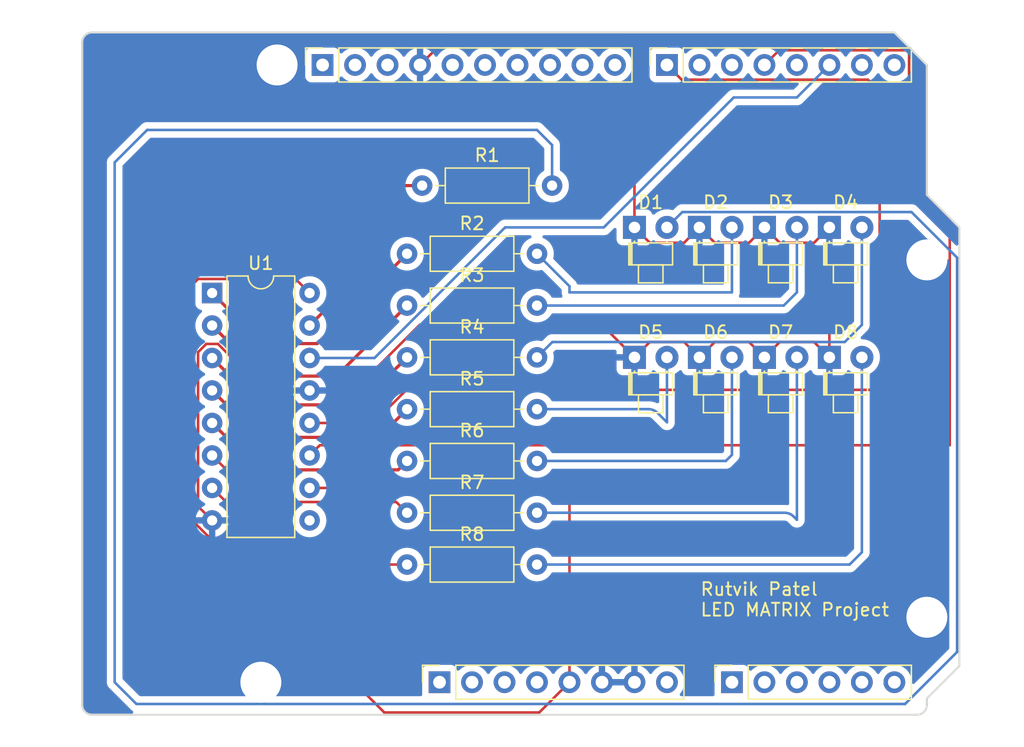
<source format=kicad_pcb>
(kicad_pcb (version 20221018) (generator pcbnew)
  (title_block (date "mar. 31 mars 2015"))
  (layers (0 "F.Cu" signal) (31 "B.Cu" signal) (34 "B.Paste" user) (35 "F.Paste" user) (36 "B.SilkS" user "B.Silkscreen") (37 "F.SilkS" user "F.Silkscreen") (38 "B.Mask" user) (39 "F.Mask" user) (44 "Edge.Cuts" user))
  (net 0 "")
  (net 1 "GND")
  (net 3 "+5V")
  (net 4 "/IOREF")
  (net 5 "/A0")
  (net 6 "/A1")
  (net 7 "/A2")
  (net 8 "/A3")
  (net 9 "/SDA{slash}A4")
  (net 10 "/SCL{slash}A5")
  (net 11 "/13")
  (net 12 "/12")
  (net 13 "/AREF")
  (net 14 "/8")
  (net 15 "/7")
  (net 16 "/*11")
  (net 17 "/*10")
  (net 18 "/*9")
  (net 19 "/4")
  (net 20 "/2")
  (net 21 "/*6")
  (net 22 "/*5")
  (net 23 "/TX{slash}1")
  (net 24 "/*3")
  (net 25 "/RX{slash}0")
  (net 26 "+3V3")
  (net 27 "VCC")
  (net 28 "/~{RESET}")
  (net 29 "Net-(D1-A)")
  (net 30 "Net-(D2-A)")
  (net 31 "Net-(D3-A)")
  (net 32 "Net-(D4-A)")
  (net 33 "Net-(D5-A)")
  (net 34 "Net-(D6-A)")
  (net 35 "Net-(D7-A)")
  (net 36 "Net-(D8-A)")
  (net 37 "/A")
  (net 38 "/B")
  (net 39 "/C")
  (net 41 "/D")
  (net 42 "/E")
  (net 43 "/F")
  (net 44 "/G")
  (net 45 "/H")
  (footprint "Connector_PinSocket_2.54mm:PinSocket_1x08_P2.54mm_Vertical" (layer "F.Cu") (at 127.94 97.46 90)
    (fp_text reference "J1" hide)
    (fp_text value "Power")
    (fp_line (start -1.33 1.27) (end -1.33 19.11) (stroke (width 0.12)) (layer "F.SilkS"))
    (fp_line (start -1.33 1.27) (end 1.33 1.27) (stroke (width 0.12)) (layer "F.SilkS"))
    (fp_line (start -1.33 19.11) (end 1.33 19.11) (stroke (width 0.12)) (layer "F.SilkS"))
    (fp_line (start 0 -1.33) (end 1.33 -1.33) (stroke (width 0.12)) (layer "F.SilkS"))
    (fp_line (start 1.33 -1.33) (end 1.33 0) (stroke (width 0.12)) (layer "F.SilkS"))
    (fp_line (start 1.33 1.27) (end 1.33 19.11) (stroke (width 0.12)) (layer "F.SilkS"))
    (pad "1" thru_hole rect locked (at 0 0 90) (size 1.7 1.7) (drill 1) (layers "*.Cu" "*.Mask"))
    (pad "2" thru_hole oval locked (at 0 2.54 90) (size 1.7 1.7) (drill 1) (layers "*.Cu" "*.Mask") (net 4 "/IOREF"))
    (pad "3" thru_hole oval locked (at 0 5.08 90) (size 1.7 1.7) (drill 1) (layers "*.Cu" "*.Mask") (net 28 "/~{RESET}"))
    (pad "4" thru_hole oval locked (at 0 7.62 90) (size 1.7 1.7) (drill 1) (layers "*.Cu" "*.Mask") (net 26 "+3V3"))
    (pad "5" thru_hole oval locked (at 0 10.16 90) (size 1.7 1.7) (drill 1) (layers "*.Cu" "*.Mask") (net 3 "+5V"))
    (pad "6" thru_hole oval locked (at 0 12.7 90) (size 1.7 1.7) (drill 1) (layers "*.Cu" "*.Mask") (net 1 "GND"))
    (pad "7" thru_hole oval locked (at 0 15.24 90) (size 1.7 1.7) (drill 1) (layers "*.Cu" "*.Mask") (net 1 "GND"))
    (pad "8" thru_hole oval locked (at 0 17.78 90) (size 1.7 1.7) (drill 1) (layers "*.Cu" "*.Mask") (net 27 "VCC"))
  )
  (footprint "Connector_PinSocket_2.54mm:PinSocket_1x06_P2.54mm_Vertical" (layer "F.Cu") (at 150.8 97.46 90)
    (fp_text reference "J3" hide)
    (fp_text value "Analog")
    (fp_line (start -1.33 1.27) (end -1.33 14.03) (stroke (width 0.12)) (layer "F.SilkS"))
    (fp_line (start -1.33 1.27) (end 1.33 1.27) (stroke (width 0.12)) (layer "F.SilkS"))
    (fp_line (start -1.33 14.03) (end 1.33 14.03) (stroke (width 0.12)) (layer "F.SilkS"))
    (fp_line (start 0 -1.33) (end 1.33 -1.33) (stroke (width 0.12)) (layer "F.SilkS"))
    (fp_line (start 1.33 -1.33) (end 1.33 0) (stroke (width 0.12)) (layer "F.SilkS"))
    (fp_line (start 1.33 1.27) (end 1.33 14.03) (stroke (width 0.12)) (layer "F.SilkS"))
    (pad "1" thru_hole rect locked (at 0 0 90) (size 1.7 1.7) (drill 1) (layers "*.Cu" "*.Mask") (net 5 "/A0"))
    (pad "2" thru_hole oval locked (at 0 2.54 90) (size 1.7 1.7) (drill 1) (layers "*.Cu" "*.Mask") (net 6 "/A1"))
    (pad "3" thru_hole oval locked (at 0 5.08 90) (size 1.7 1.7) (drill 1) (layers "*.Cu" "*.Mask") (net 7 "/A2"))
    (pad "4" thru_hole oval locked (at 0 7.62 90) (size 1.7 1.7) (drill 1) (layers "*.Cu" "*.Mask") (net 8 "/A3"))
    (pad "5" thru_hole oval locked (at 0 10.16 90) (size 1.7 1.7) (drill 1) (layers "*.Cu" "*.Mask") (net 9 "/SDA{slash}A4"))
    (pad "6" thru_hole oval locked (at 0 12.7 90) (size 1.7 1.7) (drill 1) (layers "*.Cu" "*.Mask") (net 10 "/SCL{slash}A5"))
  )
  (footprint "Connector_PinSocket_2.54mm:PinSocket_1x10_P2.54mm_Vertical" (layer "F.Cu") (at 118.796 49.2 90)
    (fp_text reference "J2" hide)
    (fp_text value "Digital/PWM")
    (fp_line (start -1.33 1.27) (end -1.33 24.19) (stroke (width 0.12)) (layer "F.SilkS"))
    (fp_line (start -1.33 1.27) (end 1.33 1.27) (stroke (width 0.12)) (layer "F.SilkS"))
    (fp_line (start -1.33 24.19) (end 1.33 24.19) (stroke (width 0.12)) (layer "F.SilkS"))
    (fp_line (start 0 -1.33) (end 1.33 -1.33) (stroke (width 0.12)) (layer "F.SilkS"))
    (fp_line (start 1.33 -1.33) (end 1.33 0) (stroke (width 0.12)) (layer "F.SilkS"))
    (fp_line (start 1.33 1.27) (end 1.33 24.19) (stroke (width 0.12)) (layer "F.SilkS"))
    (pad "1" thru_hole rect locked (at 0 0 90) (size 1.7 1.7) (drill 1) (layers "*.Cu" "*.Mask") (net 10 "/SCL{slash}A5"))
    (pad "2" thru_hole oval locked (at 0 2.54 90) (size 1.7 1.7) (drill 1) (layers "*.Cu" "*.Mask") (net 9 "/SDA{slash}A4"))
    (pad "3" thru_hole oval locked (at 0 5.08 90) (size 1.7 1.7) (drill 1) (layers "*.Cu" "*.Mask") (net 13 "/AREF"))
    (pad "4" thru_hole oval locked (at 0 7.62 90) (size 1.7 1.7) (drill 1) (layers "*.Cu" "*.Mask") (net 1 "GND"))
    (pad "5" thru_hole oval locked (at 0 10.16 90) (size 1.7 1.7) (drill 1) (layers "*.Cu" "*.Mask") (net 11 "/13"))
    (pad "6" thru_hole oval locked (at 0 12.7 90) (size 1.7 1.7) (drill 1) (layers "*.Cu" "*.Mask") (net 12 "/12"))
    (pad "7" thru_hole oval locked (at 0 15.24 90) (size 1.7 1.7) (drill 1) (layers "*.Cu" "*.Mask") (net 16 "/*11"))
    (pad "8" thru_hole oval locked (at 0 17.78 90) (size 1.7 1.7) (drill 1) (layers "*.Cu" "*.Mask") (net 17 "/*10"))
    (pad "9" thru_hole oval locked (at 0 20.32 90) (size 1.7 1.7) (drill 1) (layers "*.Cu" "*.Mask") (net 18 "/*9"))
    (pad "10" thru_hole oval locked (at 0 22.86 90) (size 1.7 1.7) (drill 1) (layers "*.Cu" "*.Mask") (net 14 "/8"))
  )
  (footprint "Connector_PinSocket_2.54mm:PinSocket_1x08_P2.54mm_Vertical" (layer "F.Cu") (at 145.72 49.2 90)
    (fp_text reference "J4" hide)
    (fp_text value "Digital/PWM")
    (fp_line (start -1.33 1.27) (end -1.33 19.11) (stroke (width 0.12)) (layer "F.SilkS"))
    (fp_line (start -1.33 1.27) (end 1.33 1.27) (stroke (width 0.12)) (layer "F.SilkS"))
    (fp_line (start -1.33 19.11) (end 1.33 19.11) (stroke (width 0.12)) (layer "F.SilkS"))
    (fp_line (start 0 -1.33) (end 1.33 -1.33) (stroke (width 0.12)) (layer "F.SilkS"))
    (fp_line (start 1.33 -1.33) (end 1.33 0) (stroke (width 0.12)) (layer "F.SilkS"))
    (fp_line (start 1.33 1.27) (end 1.33 19.11) (stroke (width 0.12)) (layer "F.SilkS"))
    (pad "1" thru_hole rect locked (at 0 0 90) (size 1.7 1.7) (drill 1) (layers "*.Cu" "*.Mask") (net 15 "/7"))
    (pad "2" thru_hole oval locked (at 0 2.54 90) (size 1.7 1.7) (drill 1) (layers "*.Cu" "*.Mask") (net 21 "/*6"))
    (pad "3" thru_hole oval locked (at 0 5.08 90) (size 1.7 1.7) (drill 1) (layers "*.Cu" "*.Mask") (net 22 "/*5"))
    (pad "4" thru_hole oval locked (at 0 7.62 90) (size 1.7 1.7) (drill 1) (layers "*.Cu" "*.Mask") (net 19 "/4"))
    (pad "5" thru_hole oval locked (at 0 10.16 90) (size 1.7 1.7) (drill 1) (layers "*.Cu" "*.Mask") (net 24 "/*3"))
    (pad "6" thru_hole oval locked (at 0 12.7 90) (size 1.7 1.7) (drill 1) (layers "*.Cu" "*.Mask") (net 20 "/2"))
    (pad "7" thru_hole oval locked (at 0 15.24 90) (size 1.7 1.7) (drill 1) (layers "*.Cu" "*.Mask") (net 23 "/TX{slash}1"))
    (pad "8" thru_hole oval locked (at 0 17.78 90) (size 1.7 1.7) (drill 1) (layers "*.Cu" "*.Mask") (net 25 "/RX{slash}0"))
  )
  (footprint "LED_THT:LED_D1.8mm_W1.8mm_H2.4mm_Horizontal_O1.27mm_Z1.6mm" (layer "F.Cu") (at 148.26 61.9)
    (fp_text reference "D2" (at 1.27 -1.96) (layer "F.SilkS"))
    (fp_text value "LED")
    (fp_line (start -0.44 1.21) (end -0.44 2.93) (stroke (width 0.12)) (layer "F.SilkS"))
    (fp_line (start -0.44 2.93) (end 2.98 2.93) (stroke (width 0.12)) (layer "F.SilkS"))
    (fp_line (start -0.32 1.21) (end -0.32 2.93) (stroke (width 0.12)) (layer "F.SilkS"))
    (fp_line (start -0.2 1.21) (end -0.2 2.93) (stroke (width 0.12)) (layer "F.SilkS"))
    (fp_line (start 0 1.08) (end 0 1.08) (stroke (width 0.12)) (layer "F.SilkS"))
    (fp_line (start 0 1.08) (end 0 1.21) (stroke (width 0.12)) (layer "F.SilkS"))
    (fp_line (start 0 1.21) (end 0 1.08) (stroke (width 0.12)) (layer "F.SilkS"))
    (fp_line (start 0 1.21) (end 0 1.21) (stroke (width 0.12)) (layer "F.SilkS"))
    (fp_line (start 0.31 2.93) (end 0.31 4.33) (stroke (width 0.12)) (layer "F.SilkS"))
    (fp_line (start 0.31 4.33) (end 2.23 4.33) (stroke (width 0.12)) (layer "F.SilkS"))
    (fp_line (start 2.23 2.93) (end 0.31 2.93) (stroke (width 0.12)) (layer "F.SilkS"))
    (fp_line (start 2.23 4.33) (end 2.23 2.93) (stroke (width 0.12)) (layer "F.SilkS"))
    (fp_line (start 2.54 1.08) (end 2.54 1.08) (stroke (width 0.12)) (layer "F.SilkS"))
    (fp_line (start 2.54 1.08) (end 2.54 1.21) (stroke (width 0.12)) (layer "F.SilkS"))
    (fp_line (start 2.54 1.21) (end 2.54 1.08) (stroke (width 0.12)) (layer "F.SilkS"))
    (fp_line (start 2.54 1.21) (end 2.54 1.21) (stroke (width 0.12)) (layer "F.SilkS"))
    (fp_line (start 2.98 1.21) (end -0.44 1.21) (stroke (width 0.12)) (layer "F.SilkS"))
    (fp_line (start 2.98 2.93) (end 2.98 1.21) (stroke (width 0.12)) (layer "F.SilkS"))
    (pad "1" thru_hole rect (at 0 0) (size 1.8 1.8) (drill 0.9) (layers "*.Cu" "*.Mask") (net 1 "GND"))
    (pad "2" thru_hole circle (at 2.54 0) (size 1.8 1.8) (drill 0.9) (layers "*.Cu" "*.Mask") (net 30 "Net-(D2-A)"))
  )
  (footprint "Package_DIP:DIP-16_W7.62mm" (layer "F.Cu") (at 110.16 67.03)
    (fp_text reference "U1" (at 3.81 -2.33) (layer "F.SilkS"))
    (fp_text value "74AHC595")
    (fp_line (start 1.16 -1.33) (end 1.16 19.11) (stroke (width 0.12)) (layer "F.SilkS"))
    (fp_line (start 1.16 19.11) (end 6.46 19.11) (stroke (width 0.12)) (layer "F.SilkS"))
    (fp_line (start 2.81 -1.33) (end 1.16 -1.33) (stroke (width 0.12)) (layer "F.SilkS"))
    (fp_line (start 6.46 -1.33) (end 4.81 -1.33) (stroke (width 0.12)) (layer "F.SilkS"))
    (fp_line (start 6.46 19.11) (end 6.46 -1.33) (stroke (width 0.12)) (layer "F.SilkS"))
    (fp_arc (start 4.81 -1.33) (mid 3.81 -0.33) (end 2.81 -1.33) (stroke (width 0.12)) (layer "F.SilkS"))
    (pad "1" thru_hole rect (at 0 0) (size 1.6 1.6) (drill 0.8) (layers "*.Cu" "*.Mask") (net 38 "/B"))
    (pad "2" thru_hole oval (at 0 2.54) (size 1.6 1.6) (drill 0.8) (layers "*.Cu" "*.Mask") (net 39 "/C"))
    (pad "3" thru_hole oval (at 0 5.08) (size 1.6 1.6) (drill 0.8) (layers "*.Cu" "*.Mask") (net 41 "/D"))
    (pad "4" thru_hole oval (at 0 7.62) (size 1.6 1.6) (drill 0.8) (layers "*.Cu" "*.Mask") (net 42 "/E"))
    (pad "5" thru_hole oval (at 0 10.16) (size 1.6 1.6) (drill 0.8) (layers "*.Cu" "*.Mask") (net 43 "/F"))
    (pad "6" thru_hole oval (at 0 12.7) (size 1.6 1.6) (drill 0.8) (layers "*.Cu" "*.Mask") (net 44 "/G"))
    (pad "7" thru_hole oval (at 0 15.24) (size 1.6 1.6) (drill 0.8) (layers "*.Cu" "*.Mask") (net 45 "/H"))
    (pad "8" thru_hole oval (at 0 17.78) (size 1.6 1.6) (drill 0.8) (layers "*.Cu" "*.Mask") (net 1 "GND"))
    (pad "9" thru_hole oval (at 7.62 17.78) (size 1.6 1.6) (drill 0.8) (layers "*.Cu" "*.Mask"))
    (pad "10" thru_hole oval (at 7.62 15.24) (size 1.6 1.6) (drill 0.8) (layers "*.Cu" "*.Mask") (net 3 "+5V"))
    (pad "11" thru_hole oval (at 7.62 12.7) (size 1.6 1.6) (drill 0.8) (layers "*.Cu" "*.Mask") (net 19 "/4"))
    (pad "12" thru_hole oval (at 7.62 10.16) (size 1.6 1.6) (drill 0.8) (layers "*.Cu" "*.Mask") (net 15 "/7"))
    (pad "13" thru_hole oval (at 7.62 7.62) (size 1.6 1.6) (drill 0.8) (layers "*.Cu" "*.Mask") (net 1 "GND"))
    (pad "14" thru_hole oval (at 7.62 5.08) (size 1.6 1.6) (drill 0.8) (layers "*.Cu" "*.Mask") (net 20 "/2"))
    (pad "15" thru_hole oval (at 7.62 2.54) (size 1.6 1.6) (drill 0.8) (layers "*.Cu" "*.Mask") (net 37 "/A"))
    (pad "16" thru_hole oval (at 7.62 0) (size 1.6 1.6) (drill 0.8) (layers "*.Cu" "*.Mask") (net 3 "+5V"))
  )
  (footprint "LED_THT:LED_D1.8mm_W1.8mm_H2.4mm_Horizontal_O1.27mm_Z1.6mm" (layer "F.Cu") (at 148.26 72.06)
    (fp_text reference "D6" (at 1.27 -1.96) (layer "F.SilkS"))
    (fp_text value "LED")
    (fp_line (start -0.44 1.21) (end -0.44 2.93) (stroke (width 0.12)) (layer "F.SilkS"))
    (fp_line (start -0.44 2.93) (end 2.98 2.93) (stroke (width 0.12)) (layer "F.SilkS"))
    (fp_line (start -0.32 1.21) (end -0.32 2.93) (stroke (width 0.12)) (layer "F.SilkS"))
    (fp_line (start -0.2 1.21) (end -0.2 2.93) (stroke (width 0.12)) (layer "F.SilkS"))
    (fp_line (start 0 1.08) (end 0 1.08) (stroke (width 0.12)) (layer "F.SilkS"))
    (fp_line (start 0 1.08) (end 0 1.21) (stroke (width 0.12)) (layer "F.SilkS"))
    (fp_line (start 0 1.21) (end 0 1.08) (stroke (width 0.12)) (layer "F.SilkS"))
    (fp_line (start 0 1.21) (end 0 1.21) (stroke (width 0.12)) (layer "F.SilkS"))
    (fp_line (start 0.31 2.93) (end 0.31 4.33) (stroke (width 0.12)) (layer "F.SilkS"))
    (fp_line (start 0.31 4.33) (end 2.23 4.33) (stroke (width 0.12)) (layer "F.SilkS"))
    (fp_line (start 2.23 2.93) (end 0.31 2.93) (stroke (width 0.12)) (layer "F.SilkS"))
    (fp_line (start 2.23 4.33) (end 2.23 2.93) (stroke (width 0.12)) (layer "F.SilkS"))
    (fp_line (start 2.54 1.08) (end 2.54 1.08) (stroke (width 0.12)) (layer "F.SilkS"))
    (fp_line (start 2.54 1.08) (end 2.54 1.21) (stroke (width 0.12)) (layer "F.SilkS"))
    (fp_line (start 2.54 1.21) (end 2.54 1.08) (stroke (width 0.12)) (layer "F.SilkS"))
    (fp_line (start 2.54 1.21) (end 2.54 1.21) (stroke (width 0.12)) (layer "F.SilkS"))
    (fp_line (start 2.98 1.21) (end -0.44 1.21) (stroke (width 0.12)) (layer "F.SilkS"))
    (fp_line (start 2.98 2.93) (end 2.98 1.21) (stroke (width 0.12)) (layer "F.SilkS"))
    (pad "1" thru_hole rect (at 0 0) (size 1.8 1.8) (drill 0.9) (layers "*.Cu" "*.Mask") (net 1 "GND"))
    (pad "2" thru_hole circle (at 2.54 0) (size 1.8 1.8) (drill 0.9) (layers "*.Cu" "*.Mask") (net 34 "Net-(D6-A)"))
  )
  (footprint "Resistor_THT:R_Axial_DIN0207_L6.3mm_D2.5mm_P10.16mm_Horizontal" (layer "F.Cu") (at 125.4 68.01)
    (fp_text reference "R3" (at 5.08 -2.37) (layer "F.SilkS"))
    (fp_text value "150")
    (fp_line (start 1.04 0) (end 1.81 0) (stroke (width 0.12)) (layer "F.SilkS"))
    (fp_line (start 1.81 -1.37) (end 1.81 1.37) (stroke (width 0.12)) (layer "F.SilkS"))
    (fp_line (start 1.81 1.37) (end 8.35 1.37) (stroke (width 0.12)) (layer "F.SilkS"))
    (fp_line (start 8.35 -1.37) (end 1.81 -1.37) (stroke (width 0.12)) (layer "F.SilkS"))
    (fp_line (start 8.35 1.37) (end 8.35 -1.37) (stroke (width 0.12)) (layer "F.SilkS"))
    (fp_line (start 9.12 0) (end 8.35 0) (stroke (width 0.12)) (layer "F.SilkS"))
    (pad "1" thru_hole circle (at 0 0) (size 1.6 1.6) (drill 0.8) (layers "*.Cu" "*.Mask") (net 39 "/C"))
    (pad "2" thru_hole oval (at 10.16 0) (size 1.6 1.6) (drill 0.8) (layers "*.Cu" "*.Mask") (net 31 "Net-(D3-A)"))
  )
  (footprint "Resistor_THT:R_Axial_DIN0207_L6.3mm_D2.5mm_P10.16mm_Horizontal" (layer "F.Cu") (at 125.4 80.16)
    (fp_text reference "R6" (at 5.08 -2.37) (layer "F.SilkS"))
    (fp_text value "150")
    (fp_line (start 1.04 0) (end 1.81 0) (stroke (width 0.12)) (layer "F.SilkS"))
    (fp_line (start 1.81 -1.37) (end 1.81 1.37) (stroke (width 0.12)) (layer "F.SilkS"))
    (fp_line (start 1.81 1.37) (end 8.35 1.37) (stroke (width 0.12)) (layer "F.SilkS"))
    (fp_line (start 8.35 -1.37) (end 1.81 -1.37) (stroke (width 0.12)) (layer "F.SilkS"))
    (fp_line (start 8.35 1.37) (end 8.35 -1.37) (stroke (width 0.12)) (layer "F.SilkS"))
    (fp_line (start 9.12 0) (end 8.35 0) (stroke (width 0.12)) (layer "F.SilkS"))
    (pad "1" thru_hole circle (at 0 0) (size 1.6 1.6) (drill 0.8) (layers "*.Cu" "*.Mask") (net 43 "/F"))
    (pad "2" thru_hole oval (at 10.16 0) (size 1.6 1.6) (drill 0.8) (layers "*.Cu" "*.Mask") (net 34 "Net-(D6-A)"))
  )
  (footprint "LED_THT:LED_D1.8mm_W1.8mm_H2.4mm_Horizontal_O1.27mm_Z1.6mm" (layer "F.Cu") (at 153.34 72.06)
    (fp_text reference "D7" (at 1.27 -1.96) (layer "F.SilkS"))
    (fp_text value "LED")
    (fp_line (start -0.44 1.21) (end -0.44 2.93) (stroke (width 0.12)) (layer "F.SilkS"))
    (fp_line (start -0.44 2.93) (end 2.98 2.93) (stroke (width 0.12)) (layer "F.SilkS"))
    (fp_line (start -0.32 1.21) (end -0.32 2.93) (stroke (width 0.12)) (layer "F.SilkS"))
    (fp_line (start -0.2 1.21) (end -0.2 2.93) (stroke (width 0.12)) (layer "F.SilkS"))
    (fp_line (start 0 1.08) (end 0 1.08) (stroke (width 0.12)) (layer "F.SilkS"))
    (fp_line (start 0 1.08) (end 0 1.21) (stroke (width 0.12)) (layer "F.SilkS"))
    (fp_line (start 0 1.21) (end 0 1.08) (stroke (width 0.12)) (layer "F.SilkS"))
    (fp_line (start 0 1.21) (end 0 1.21) (stroke (width 0.12)) (layer "F.SilkS"))
    (fp_line (start 0.31 2.93) (end 0.31 4.33) (stroke (width 0.12)) (layer "F.SilkS"))
    (fp_line (start 0.31 4.33) (end 2.23 4.33) (stroke (width 0.12)) (layer "F.SilkS"))
    (fp_line (start 2.23 2.93) (end 0.31 2.93) (stroke (width 0.12)) (layer "F.SilkS"))
    (fp_line (start 2.23 4.33) (end 2.23 2.93) (stroke (width 0.12)) (layer "F.SilkS"))
    (fp_line (start 2.54 1.08) (end 2.54 1.08) (stroke (width 0.12)) (layer "F.SilkS"))
    (fp_line (start 2.54 1.08) (end 2.54 1.21) (stroke (width 0.12)) (layer "F.SilkS"))
    (fp_line (start 2.54 1.21) (end 2.54 1.08) (stroke (width 0.12)) (layer "F.SilkS"))
    (fp_line (start 2.54 1.21) (end 2.54 1.21) (stroke (width 0.12)) (layer "F.SilkS"))
    (fp_line (start 2.98 1.21) (end -0.44 1.21) (stroke (width 0.12)) (layer "F.SilkS"))
    (fp_line (start 2.98 2.93) (end 2.98 1.21) (stroke (width 0.12)) (layer "F.SilkS"))
    (pad "1" thru_hole rect (at 0 0) (size 1.8 1.8) (drill 0.9) (layers "*.Cu" "*.Mask") (net 1 "GND"))
    (pad "2" thru_hole circle (at 2.54 0) (size 1.8 1.8) (drill 0.9) (layers "*.Cu" "*.Mask") (net 35 "Net-(D7-A)"))
  )
  (footprint "Resistor_THT:R_Axial_DIN0207_L6.3mm_D2.5mm_P10.16mm_Horizontal" (layer "F.Cu") (at 126.58 58.63)
    (fp_text reference "R1" (at 5.08 -2.37) (layer "F.SilkS"))
    (fp_text value "150")
    (fp_line (start 1.04 0) (end 1.81 0) (stroke (width 0.12)) (layer "F.SilkS"))
    (fp_line (start 1.81 -1.37) (end 1.81 1.37) (stroke (width 0.12)) (layer "F.SilkS"))
    (fp_line (start 1.81 1.37) (end 8.35 1.37) (stroke (width 0.12)) (layer "F.SilkS"))
    (fp_line (start 8.35 -1.37) (end 1.81 -1.37) (stroke (width 0.12)) (layer "F.SilkS"))
    (fp_line (start 8.35 1.37) (end 8.35 -1.37) (stroke (width 0.12)) (layer "F.SilkS"))
    (fp_line (start 9.12 0) (end 8.35 0) (stroke (width 0.12)) (layer "F.SilkS"))
    (pad "1" thru_hole circle (at 0 0) (size 1.6 1.6) (drill 0.8) (layers "*.Cu" "*.Mask") (net 37 "/A"))
    (pad "2" thru_hole oval (at 10.16 0) (size 1.6 1.6) (drill 0.8) (layers "*.Cu" "*.Mask") (net 29 "Net-(D1-A)"))
  )
  (footprint "LED_THT:LED_D1.8mm_W1.8mm_H2.4mm_Horizontal_O1.27mm_Z1.6mm" (layer "F.Cu") (at 158.42 72.06)
    (fp_text reference "D8" (at 1.27 -1.96) (layer "F.SilkS"))
    (fp_text value "LED")
    (fp_line (start -0.44 1.21) (end -0.44 2.93) (stroke (width 0.12)) (layer "F.SilkS"))
    (fp_line (start -0.44 2.93) (end 2.98 2.93) (stroke (width 0.12)) (layer "F.SilkS"))
    (fp_line (start -0.32 1.21) (end -0.32 2.93) (stroke (width 0.12)) (layer "F.SilkS"))
    (fp_line (start -0.2 1.21) (end -0.2 2.93) (stroke (width 0.12)) (layer "F.SilkS"))
    (fp_line (start 0 1.08) (end 0 1.08) (stroke (width 0.12)) (layer "F.SilkS"))
    (fp_line (start 0 1.08) (end 0 1.21) (stroke (width 0.12)) (layer "F.SilkS"))
    (fp_line (start 0 1.21) (end 0 1.08) (stroke (width 0.12)) (layer "F.SilkS"))
    (fp_line (start 0 1.21) (end 0 1.21) (stroke (width 0.12)) (layer "F.SilkS"))
    (fp_line (start 0.31 2.93) (end 0.31 4.33) (stroke (width 0.12)) (layer "F.SilkS"))
    (fp_line (start 0.31 4.33) (end 2.23 4.33) (stroke (width 0.12)) (layer "F.SilkS"))
    (fp_line (start 2.23 2.93) (end 0.31 2.93) (stroke (width 0.12)) (layer "F.SilkS"))
    (fp_line (start 2.23 4.33) (end 2.23 2.93) (stroke (width 0.12)) (layer "F.SilkS"))
    (fp_line (start 2.54 1.08) (end 2.54 1.08) (stroke (width 0.12)) (layer "F.SilkS"))
    (fp_line (start 2.54 1.08) (end 2.54 1.21) (stroke (width 0.12)) (layer "F.SilkS"))
    (fp_line (start 2.54 1.21) (end 2.54 1.08) (stroke (width 0.12)) (layer "F.SilkS"))
    (fp_line (start 2.54 1.21) (end 2.54 1.21) (stroke (width 0.12)) (layer "F.SilkS"))
    (fp_line (start 2.98 1.21) (end -0.44 1.21) (stroke (width 0.12)) (layer "F.SilkS"))
    (fp_line (start 2.98 2.93) (end 2.98 1.21) (stroke (width 0.12)) (layer "F.SilkS"))
    (pad "1" thru_hole rect (at 0 0) (size 1.8 1.8) (drill 0.9) (layers "*.Cu" "*.Mask") (net 1 "GND"))
    (pad "2" thru_hole circle (at 2.54 0) (size 1.8 1.8) (drill 0.9) (layers "*.Cu" "*.Mask") (net 36 "Net-(D8-A)"))
  )
  (footprint "Arduino_MountingHole:MountingHole_3.2mm" (layer "F.Cu") (at 115.24 49.2)
    (fp_text reference "MH1" hide)
    (fp_text value "MountingHole_3.2mm" hide)
    (pad "" np_thru_hole circle locked (at 0 0) (size 3.2 3.2) (drill 3.2) (layers "*.Cu" "*.Mask"))
  )
  (footprint "Resistor_THT:R_Axial_DIN0207_L6.3mm_D2.5mm_P10.16mm_Horizontal" (layer "F.Cu") (at 125.4 63.96)
    (fp_text reference "R2" (at 5.08 -2.37) (layer "F.SilkS"))
    (fp_text value "150")
    (fp_line (start 1.04 0) (end 1.81 0) (stroke (width 0.12)) (layer "F.SilkS"))
    (fp_line (start 1.81 -1.37) (end 1.81 1.37) (stroke (width 0.12)) (layer "F.SilkS"))
    (fp_line (start 1.81 1.37) (end 8.35 1.37) (stroke (width 0.12)) (layer "F.SilkS"))
    (fp_line (start 8.35 -1.37) (end 1.81 -1.37) (stroke (width 0.12)) (layer "F.SilkS"))
    (fp_line (start 8.35 1.37) (end 8.35 -1.37) (stroke (width 0.12)) (layer "F.SilkS"))
    (fp_line (start 9.12 0) (end 8.35 0) (stroke (width 0.12)) (layer "F.SilkS"))
    (pad "1" thru_hole circle (at 0 0) (size 1.6 1.6) (drill 0.8) (layers "*.Cu" "*.Mask") (net 38 "/B"))
    (pad "2" thru_hole oval (at 10.16 0) (size 1.6 1.6) (drill 0.8) (layers "*.Cu" "*.Mask") (net 30 "Net-(D2-A)"))
  )
  (footprint "LED_THT:LED_D1.8mm_W1.8mm_H2.4mm_Horizontal_O1.27mm_Z1.6mm" (layer "F.Cu") (at 143.18 61.9)
    (fp_text reference "D1" (at 1.27 -1.96) (layer "F.SilkS"))
    (fp_text value "LED")
    (fp_line (start -0.44 1.21) (end -0.44 2.93) (stroke (width 0.12)) (layer "F.SilkS"))
    (fp_line (start -0.44 2.93) (end 2.98 2.93) (stroke (width 0.12)) (layer "F.SilkS"))
    (fp_line (start -0.32 1.21) (end -0.32 2.93) (stroke (width 0.12)) (layer "F.SilkS"))
    (fp_line (start -0.2 1.21) (end -0.2 2.93) (stroke (width 0.12)) (layer "F.SilkS"))
    (fp_line (start 0 1.08) (end 0 1.08) (stroke (width 0.12)) (layer "F.SilkS"))
    (fp_line (start 0 1.08) (end 0 1.21) (stroke (width 0.12)) (layer "F.SilkS"))
    (fp_line (start 0 1.21) (end 0 1.08) (stroke (width 0.12)) (layer "F.SilkS"))
    (fp_line (start 0 1.21) (end 0 1.21) (stroke (width 0.12)) (layer "F.SilkS"))
    (fp_line (start 0.31 2.93) (end 0.31 4.33) (stroke (width 0.12)) (layer "F.SilkS"))
    (fp_line (start 0.31 4.33) (end 2.23 4.33) (stroke (width 0.12)) (layer "F.SilkS"))
    (fp_line (start 2.23 2.93) (end 0.31 2.93) (stroke (width 0.12)) (layer "F.SilkS"))
    (fp_line (start 2.23 4.33) (end 2.23 2.93) (stroke (width 0.12)) (layer "F.SilkS"))
    (fp_line (start 2.54 1.08) (end 2.54 1.08) (stroke (width 0.12)) (layer "F.SilkS"))
    (fp_line (start 2.54 1.08) (end 2.54 1.21) (stroke (width 0.12)) (layer "F.SilkS"))
    (fp_line (start 2.54 1.21) (end 2.54 1.08) (stroke (width 0.12)) (layer "F.SilkS"))
    (fp_line (start 2.54 1.21) (end 2.54 1.21) (stroke (width 0.12)) (layer "F.SilkS"))
    (fp_line (start 2.98 1.21) (end -0.44 1.21) (stroke (width 0.12)) (layer "F.SilkS"))
    (fp_line (start 2.98 2.93) (end 2.98 1.21) (stroke (width 0.12)) (layer "F.SilkS"))
    (pad "1" thru_hole rect (at 0 0) (size 1.8 1.8) (drill 0.9) (layers "*.Cu" "*.Mask") (net 1 "GND"))
    (pad "2" thru_hole circle (at 2.54 0) (size 1.8 1.8) (drill 0.9) (layers "*.Cu" "*.Mask") (net 29 "Net-(D1-A)"))
  )
  (footprint "Resistor_THT:R_Axial_DIN0207_L6.3mm_D2.5mm_P10.16mm_Horizontal" (layer "F.Cu") (at 125.4 84.21)
    (fp_text reference "R7" (at 5.08 -2.37) (layer "F.SilkS"))
    (fp_text value "150")
    (fp_line (start 1.04 0) (end 1.81 0) (stroke (width 0.12)) (layer "F.SilkS"))
    (fp_line (start 1.81 -1.37) (end 1.81 1.37) (stroke (width 0.12)) (layer "F.SilkS"))
    (fp_line (start 1.81 1.37) (end 8.35 1.37) (stroke (width 0.12)) (layer "F.SilkS"))
    (fp_line (start 8.35 -1.37) (end 1.81 -1.37) (stroke (width 0.12)) (layer "F.SilkS"))
    (fp_line (start 8.35 1.37) (end 8.35 -1.37) (stroke (width 0.12)) (layer "F.SilkS"))
    (fp_line (start 9.12 0) (end 8.35 0) (stroke (width 0.12)) (layer "F.SilkS"))
    (pad "1" thru_hole circle (at 0 0) (size 1.6 1.6) (drill 0.8) (layers "*.Cu" "*.Mask") (net 44 "/G"))
    (pad "2" thru_hole oval (at 10.16 0) (size 1.6 1.6) (drill 0.8) (layers "*.Cu" "*.Mask") (net 35 "Net-(D7-A)"))
  )
  (footprint "LED_THT:LED_D1.8mm_W1.8mm_H2.4mm_Horizontal_O1.27mm_Z1.6mm" (layer "F.Cu") (at 158.42 61.9)
    (fp_text reference "D4" (at 1.27 -1.96) (layer "F.SilkS"))
    (fp_text value "LED")
    (fp_line (start -0.44 1.21) (end -0.44 2.93) (stroke (width 0.12)) (layer "F.SilkS"))
    (fp_line (start -0.44 2.93) (end 2.98 2.93) (stroke (width 0.12)) (layer "F.SilkS"))
    (fp_line (start -0.32 1.21) (end -0.32 2.93) (stroke (width 0.12)) (layer "F.SilkS"))
    (fp_line (start -0.2 1.21) (end -0.2 2.93) (stroke (width 0.12)) (layer "F.SilkS"))
    (fp_line (start 0 1.08) (end 0 1.08) (stroke (width 0.12)) (layer "F.SilkS"))
    (fp_line (start 0 1.08) (end 0 1.21) (stroke (width 0.12)) (layer "F.SilkS"))
    (fp_line (start 0 1.21) (end 0 1.08) (stroke (width 0.12)) (layer "F.SilkS"))
    (fp_line (start 0 1.21) (end 0 1.21) (stroke (width 0.12)) (layer "F.SilkS"))
    (fp_line (start 0.31 2.93) (end 0.31 4.33) (stroke (width 0.12)) (layer "F.SilkS"))
    (fp_line (start 0.31 4.33) (end 2.23 4.33) (stroke (width 0.12)) (layer "F.SilkS"))
    (fp_line (start 2.23 2.93) (end 0.31 2.93) (stroke (width 0.12)) (layer "F.SilkS"))
    (fp_line (start 2.23 4.33) (end 2.23 2.93) (stroke (width 0.12)) (layer "F.SilkS"))
    (fp_line (start 2.54 1.08) (end 2.54 1.08) (stroke (width 0.12)) (layer "F.SilkS"))
    (fp_line (start 2.54 1.08) (end 2.54 1.21) (stroke (width 0.12)) (layer "F.SilkS"))
    (fp_line (start 2.54 1.21) (end 2.54 1.08) (stroke (width 0.12)) (layer "F.SilkS"))
    (fp_line (start 2.54 1.21) (end 2.54 1.21) (stroke (width 0.12)) (layer "F.SilkS"))
    (fp_line (start 2.98 1.21) (end -0.44 1.21) (stroke (width 0.12)) (layer "F.SilkS"))
    (fp_line (start 2.98 2.93) (end 2.98 1.21) (stroke (width 0.12)) (layer "F.SilkS"))
    (pad "1" thru_hole rect (at 0 0) (size 1.8 1.8) (drill 0.9) (layers "*.Cu" "*.Mask") (net 1 "GND"))
    (pad "2" thru_hole circle (at 2.54 0) (size 1.8 1.8) (drill 0.9) (layers "*.Cu" "*.Mask") (net 32 "Net-(D4-A)"))
  )
  (footprint "LED_THT:LED_D1.8mm_W1.8mm_H2.4mm_Horizontal_O1.27mm_Z1.6mm" (layer "F.Cu") (at 143.18 72.06)
    (fp_text reference "D5" (at 1.27 -1.96) (layer "F.SilkS"))
    (fp_text value "LED")
    (fp_line (start -0.44 1.21) (end -0.44 2.93) (stroke (width 0.12)) (layer "F.SilkS"))
    (fp_line (start -0.44 2.93) (end 2.98 2.93) (stroke (width 0.12)) (layer "F.SilkS"))
    (fp_line (start -0.32 1.21) (end -0.32 2.93) (stroke (width 0.12)) (layer "F.SilkS"))
    (fp_line (start -0.2 1.21) (end -0.2 2.93) (stroke (width 0.12)) (layer "F.SilkS"))
    (fp_line (start 0 1.08) (end 0 1.08) (stroke (width 0.12)) (layer "F.SilkS"))
    (fp_line (start 0 1.08) (end 0 1.21) (stroke (width 0.12)) (layer "F.SilkS"))
    (fp_line (start 0 1.21) (end 0 1.08) (stroke (width 0.12)) (layer "F.SilkS"))
    (fp_line (start 0 1.21) (end 0 1.21) (stroke (width 0.12)) (layer "F.SilkS"))
    (fp_line (start 0.31 2.93) (end 0.31 4.33) (stroke (width 0.12)) (layer "F.SilkS"))
    (fp_line (start 0.31 4.33) (end 2.23 4.33) (stroke (width 0.12)) (layer "F.SilkS"))
    (fp_line (start 2.23 2.93) (end 0.31 2.93) (stroke (width 0.12)) (layer "F.SilkS"))
    (fp_line (start 2.23 4.33) (end 2.23 2.93) (stroke (width 0.12)) (layer "F.SilkS"))
    (fp_line (start 2.54 1.08) (end 2.54 1.08) (stroke (width 0.12)) (layer "F.SilkS"))
    (fp_line (start 2.54 1.08) (end 2.54 1.21) (stroke (width 0.12)) (layer "F.SilkS"))
    (fp_line (start 2.54 1.21) (end 2.54 1.08) (stroke (width 0.12)) (layer "F.SilkS"))
    (fp_line (start 2.54 1.21) (end 2.54 1.21) (stroke (width 0.12)) (layer "F.SilkS"))
    (fp_line (start 2.98 1.21) (end -0.44 1.21) (stroke (width 0.12)) (layer "F.SilkS"))
    (fp_line (start 2.98 2.93) (end 2.98 1.21) (stroke (width 0.12)) (layer "F.SilkS"))
    (pad "1" thru_hole rect (at 0 0) (size 1.8 1.8) (drill 0.9) (layers "*.Cu" "*.Mask") (net 1 "GND"))
    (pad "2" thru_hole circle (at 2.54 0) (size 1.8 1.8) (drill 0.9) (layers "*.Cu" "*.Mask") (net 33 "Net-(D5-A)"))
  )
  (footprint "LED_THT:LED_D1.8mm_W1.8mm_H2.4mm_Horizontal_O1.27mm_Z1.6mm" (layer "F.Cu") (at 153.34 61.9)
    (fp_text reference "D3" (at 1.27 -1.96) (layer "F.SilkS"))
    (fp_text value "LED")
    (fp_line (start -0.44 1.21) (end -0.44 2.93) (stroke (width 0.12)) (layer "F.SilkS"))
    (fp_line (start -0.44 2.93) (end 2.98 2.93) (stroke (width 0.12)) (layer "F.SilkS"))
    (fp_line (start -0.32 1.21) (end -0.32 2.93) (stroke (width 0.12)) (layer "F.SilkS"))
    (fp_line (start -0.2 1.21) (end -0.2 2.93) (stroke (width 0.12)) (layer "F.SilkS"))
    (fp_line (start 0 1.08) (end 0 1.08) (stroke (width 0.12)) (layer "F.SilkS"))
    (fp_line (start 0 1.08) (end 0 1.21) (stroke (width 0.12)) (layer "F.SilkS"))
    (fp_line (start 0 1.21) (end 0 1.08) (stroke (width 0.12)) (layer "F.SilkS"))
    (fp_line (start 0 1.21) (end 0 1.21) (stroke (width 0.12)) (layer "F.SilkS"))
    (fp_line (start 0.31 2.93) (end 0.31 4.33) (stroke (width 0.12)) (layer "F.SilkS"))
    (fp_line (start 0.31 4.33) (end 2.23 4.33) (stroke (width 0.12)) (layer "F.SilkS"))
    (fp_line (start 2.23 2.93) (end 0.31 2.93) (stroke (width 0.12)) (layer "F.SilkS"))
    (fp_line (start 2.23 4.33) (end 2.23 2.93) (stroke (width 0.12)) (layer "F.SilkS"))
    (fp_line (start 2.54 1.08) (end 2.54 1.08) (stroke (width 0.12)) (layer "F.SilkS"))
    (fp_line (start 2.54 1.08) (end 2.54 1.21) (stroke (width 0.12)) (layer "F.SilkS"))
    (fp_line (start 2.54 1.21) (end 2.54 1.08) (stroke (width 0.12)) (layer "F.SilkS"))
    (fp_line (start 2.54 1.21) (end 2.54 1.21) (stroke (width 0.12)) (layer "F.SilkS"))
    (fp_line (start 2.98 1.21) (end -0.44 1.21) (stroke (width 0.12)) (layer "F.SilkS"))
    (fp_line (start 2.98 2.93) (end 2.98 1.21) (stroke (width 0.12)) (layer "F.SilkS"))
    (pad "1" thru_hole rect (at 0 0) (size 1.8 1.8) (drill 0.9) (layers "*.Cu" "*.Mask") (net 1 "GND"))
    (pad "2" thru_hole circle (at 2.54 0) (size 1.8 1.8) (drill 0.9) (layers "*.Cu" "*.Mask") (net 31 "Net-(D3-A)"))
  )
  (footprint "Resistor_THT:R_Axial_DIN0207_L6.3mm_D2.5mm_P10.16mm_Horizontal" (layer "F.Cu") (at 125.4 72.06)
    (fp_text reference "R4" (at 5.08 -2.37) (layer "F.SilkS"))
    (fp_text value "150")
    (fp_line (start 1.04 0) (end 1.81 0) (stroke (width 0.12)) (layer "F.SilkS"))
    (fp_line (start 1.81 -1.37) (end 1.81 1.37) (stroke (width 0.12)) (layer "F.SilkS"))
    (fp_line (start 1.81 1.37) (end 8.35 1.37) (stroke (width 0.12)) (layer "F.SilkS"))
    (fp_line (start 8.35 -1.37) (end 1.81 -1.37) (stroke (width 0.12)) (layer "F.SilkS"))
    (fp_line (start 8.35 1.37) (end 8.35 -1.37) (stroke (width 0.12)) (layer "F.SilkS"))
    (fp_line (start 9.12 0) (end 8.35 0) (stroke (width 0.12)) (layer "F.SilkS"))
    (pad "1" thru_hole circle (at 0 0) (size 1.6 1.6) (drill 0.8) (layers "*.Cu" "*.Mask") (net 41 "/D"))
    (pad "2" thru_hole oval (at 10.16 0) (size 1.6 1.6) (drill 0.8) (layers "*.Cu" "*.Mask") (net 32 "Net-(D4-A)"))
  )
  (footprint "Resistor_THT:R_Axial_DIN0207_L6.3mm_D2.5mm_P10.16mm_Horizontal" (layer "F.Cu") (at 125.4 88.26)
    (fp_text reference "R8" (at 5.08 -2.37) (layer "F.SilkS"))
    (fp_text value "150")
    (fp_line (start 1.04 0) (end 1.81 0) (stroke (width 0.12)) (layer "F.SilkS"))
    (fp_line (start 1.81 -1.37) (end 1.81 1.37) (stroke (width 0.12)) (layer "F.SilkS"))
    (fp_line (start 1.81 1.37) (end 8.35 1.37) (stroke (width 0.12)) (layer "F.SilkS"))
    (fp_line (start 8.35 -1.37) (end 1.81 -1.37) (stroke (width 0.12)) (layer "F.SilkS"))
    (fp_line (start 8.35 1.37) (end 8.35 -1.37) (stroke (width 0.12)) (layer "F.SilkS"))
    (fp_line (start 9.12 0) (end 8.35 0) (stroke (width 0.12)) (layer "F.SilkS"))
    (pad "1" thru_hole circle (at 0 0) (size 1.6 1.6) (drill 0.8) (layers "*.Cu" "*.Mask") (net 45 "/H"))
    (pad "2" thru_hole oval (at 10.16 0) (size 1.6 1.6) (drill 0.8) (layers "*.Cu" "*.Mask") (net 36 "Net-(D8-A)"))
  )
  (footprint "Resistor_THT:R_Axial_DIN0207_L6.3mm_D2.5mm_P10.16mm_Horizontal" (layer "F.Cu") (at 125.4 76.11)
    (fp_text reference "R5" (at 5.08 -2.37) (layer "F.SilkS"))
    (fp_text value "150")
    (fp_line (start 1.04 0) (end 1.81 0) (stroke (width 0.12)) (layer "F.SilkS"))
    (fp_line (start 1.81 -1.37) (end 1.81 1.37) (stroke (width 0.12)) (layer "F.SilkS"))
    (fp_line (start 1.81 1.37) (end 8.35 1.37) (stroke (width 0.12)) (layer "F.SilkS"))
    (fp_line (start 8.35 -1.37) (end 1.81 -1.37) (stroke (width 0.12)) (layer "F.SilkS"))
    (fp_line (start 8.35 1.37) (end 8.35 -1.37) (stroke (width 0.12)) (layer "F.SilkS"))
    (fp_line (start 9.12 0) (end 8.35 0) (stroke (width 0.12)) (layer "F.SilkS"))
    (pad "1" thru_hole circle (at 0 0) (size 1.6 1.6) (drill 0.8) (layers "*.Cu" "*.Mask") (net 42 "/E"))
    (pad "2" thru_hole oval (at 10.16 0) (size 1.6 1.6) (drill 0.8) (layers "*.Cu" "*.Mask") (net 33 "Net-(D5-A)"))
  )
  (footprint "Arduino_MountingHole:MountingHole_3.2mm" (layer "F.Cu") (at 113.97 97.46)
    (fp_text reference "MH2" hide)
    (fp_text value "MountingHole_3.2mm" hide)
    (pad "" np_thru_hole circle locked (at 0 0) (size 3.2 3.2) (drill 3.2) (layers "*.Cu" "*.Mask"))
  )
  (footprint "Arduino_MountingHole:MountingHole_3.2mm" (layer "F.Cu") (at 166.04 64.44)
    (fp_text reference "MH3" hide)
    (fp_text value "MountingHole_3.2mm" hide)
    (pad "" np_thru_hole circle locked (at 0 0) (size 3.2 3.2) (drill 3.2) (layers "*.Cu" "*.Mask"))
  )
  (footprint "Arduino_MountingHole:MountingHole_3.2mm" (layer "F.Cu") (at 166.04 92.38)
    (fp_text reference "MH4" hide)
    (fp_text value "MountingHole_3.2mm" hide)
    (pad "" np_thru_hole circle locked (at 0 0) (size 3.2 3.2) (drill 3.2) (layers "*.Cu" "*.Mask"))
  )
  (gr_line (start 166.04 59.36) (end 168.58 61.9) (stroke (width 0.15)) (layer "Edge.Cuts"))
  (gr_line (start 100 99.238) (end 100 47.422) (stroke (width 0.15)) (layer "Edge.Cuts"))
  (gr_line (start 168.58 61.9) (end 168.58 96.19) (stroke (width 0.15)) (layer "Edge.Cuts"))
  (gr_line (start 165.278 100) (end 100.762 100) (stroke (width 0.15)) (layer "Edge.Cuts"))
  (gr_line (start 100.762 46.66) (end 163.5 46.66) (stroke (width 0.15)) (layer "Edge.Cuts"))
  (gr_arc (start 100.762 100) (mid 100.223185 99.776815) (end 100 99.238) (stroke (width 0.15)) (layer "Edge.Cuts"))
  (gr_line (start 168.58 96.19) (end 166.04 98.73) (stroke (width 0.15)) (layer "Edge.Cuts"))
  (gr_line (start 163.5 46.66) (end 166.04 49.2) (stroke (width 0.15)) (layer "Edge.Cuts"))
  (gr_arc (start 166.04 99.238) (mid 165.816815 99.776815) (end 165.278 100) (stroke (width 0.15)) (layer "Edge.Cuts"))
  (gr_line (start 166.04 49.2) (end 166.04 59.36) (stroke (width 0.15)) (layer "Edge.Cuts"))
  (gr_line (start 166.04 98.73) (end 166.04 99.238) (stroke (width 0.15)) (layer "Edge.Cuts"))
  (gr_arc (start 100 47.422) (mid 100.223185 46.883185) (end 100.762 46.66) (stroke (width 0.15)) (layer "Edge.Cuts"))
  (gr_text "Rutvik Patel \nLED MATRIX Project" (at 148.26 92.38) (layer "F.SilkS") (effects (font (size 1 1)) (justify left bottom)))
  (segment (start 142.18 46.835) (end 128.781 46.835) (width 0.2) (layer "F.Cu") (net 1))
  (segment (start 147.06 70.86) (end 148.26 72.06) (width 0.2) (layer "F.Cu") (net 1))
  (segment (start 149.46 63.1) (end 148.26 61.9) (width 0.2) (layer "F.Cu") (net 1))
  (segment (start 157.22 70.86) (end 158.42 72.06) (width 0.2) (layer "F.Cu") (net 1))
  (segment (start 110.16 84.81) (end 109.06 83.71) (width 0.2) (layer "F.Cu") (net 1))
  (segment (start 126.384365 69.52) (end 140.64 69.52) (width 0.2) (layer "F.Cu") (net 1))
  (segment (start 143.18 61.9) (end 143.18 47.835) (width 0.2) (layer "F.Cu") (net 1))
  (segment (start 121.254365 74.65) (end 126.384365 69.52) (width 0.2) (layer "F.Cu") (net 1))
  (segment (start 148.26 72.06) (end 149.46 70.86) (width 0.2) (layer "F.Cu") (net 1))
  (segment (start 153.34 72.06) (end 154.54 70.86) (width 0.2) (layer "F.Cu") (net 1))
  (segment (start 153.34 61.9) (end 152.14 63.1) (width 0.2) (layer "F.Cu") (net 1))
  (segment (start 143.18 72.06) (end 144.38 70.86) (width 0.2) (layer "F.Cu") (net 1))
  (segment (start 144.38 63.1) (end 143.18 61.9) (width 0.2) (layer "F.Cu") (net 1))
  (segment (start 128.781 46.835) (end 126.416 49.2) (width 0.2) (layer "F.Cu") (net 1))
  (segment (start 114.255635 74.65) (end 117.78 74.65) (width 0.2) (layer "F.Cu") (net 1))
  (segment (start 157.22 63.1) (end 154.54 63.1) (width 0.2) (layer "F.Cu") (net 1))
  (segment (start 149.46 70.86) (end 152.14 70.86) (width 0.2) (layer "F.Cu") (net 1))
  (segment (start 140.64 69.52) (end 143.18 72.06) (width 0.2) (layer "F.Cu") (net 1))
  (segment (start 154.54 63.1) (end 153.34 61.9) (width 0.2) (layer "F.Cu") (net 1))
  (segment (start 144.38 70.86) (end 147.06 70.86) (width 0.2) (layer "F.Cu") (net 1))
  (segment (start 154.54 70.86) (end 157.22 70.86) (width 0.2) (layer "F.Cu") (net 1))
  (segment (start 117.78 74.65) (end 121.254365 74.65) (width 0.2) (layer "F.Cu") (net 1))
  (segment (start 158.42 72.06) (end 158.42 61.9) (width 0.2) (layer "F.Cu") (net 1))
  (segment (start 109.06 71.654365) (end 109.704365 71.01) (width 0.2) (layer "F.Cu") (net 1))
  (segment (start 148.26 61.9) (end 147.06 63.1) (width 0.2) (layer "F.Cu") (net 1))
  (segment (start 109.06 83.71) (end 109.06 71.654365) (width 0.2) (layer "F.Cu") (net 1))
  (segment (start 158.42 61.9) (end 157.22 63.1) (width 0.2) (layer "F.Cu") (net 1))
  (segment (start 109.704365 71.01) (end 110.615635 71.01) (width 0.2) (layer "F.Cu") (net 1))
  (segment (start 152.14 63.1) (end 149.46 63.1) (width 0.2) (layer "F.Cu") (net 1))
  (segment (start 147.06 63.1) (end 144.38 63.1) (width 0.2) (layer "F.Cu") (net 1))
  (segment (start 152.14 70.86) (end 153.34 72.06) (width 0.2) (layer "F.Cu") (net 1))
  (segment (start 110.615635 71.01) (end 114.255635 74.65) (width 0.2) (layer "F.Cu") (net 1))
  (arc (start 142.18 46.835) (mid 142.887107 47.127893) (end 143.18 47.835) (width 0.2) (layer "F.Cu") (net 1))
  (segment (start 109.06 65.93) (end 108.66 66.33) (width 0.2) (layer "F.Cu") (net 3))
  (segment (start 132.064365 82.27) (end 132.114365 82.22) (width 0.2) (layer "F.Cu") (net 3))
  (segment (start 117.78 67.03) (end 116.68 65.93) (width 0.2) (layer "F.Cu") (net 3))
  (segment (start 117.78 82.27) (end 132.064365 82.27) (width 0.2) (layer "F.Cu") (net 3))
  (segment (start 135.735 99.825) (end 138.1 97.46) (width 0.2) (layer "F.Cu") (net 3))
  (segment (start 116.68 65.93) (end 109.06 65.93) (width 0.2) (layer "F.Cu") (net 3))
  (segment (start 123.619365 99.825) (end 135.735 99.825) (width 0.2) (layer "F.Cu") (net 3))
  (segment (start 108.66 84.865635) (end 123.619365 99.825) (width 0.2) (layer "F.Cu") (net 3))
  (segment (start 108.66 66.33) (end 108.66 84.865635) (width 0.2) (layer "F.Cu") (net 3))
  (segment (start 138.1 83.22) (end 138.1 97.46) (width 0.2) (layer "F.Cu") (net 3))
  (segment (start 132.114365 82.22) (end 137.1 82.22) (width 0.2) (layer "F.Cu") (net 3))
  (arc (start 137.1 82.22) (mid 137.807107 82.512893) (end 138.1 83.22) (width 0.2) (layer "F.Cu") (net 3))
  (segment (start 162.35 51.263654) (end 161.436346 50.35) (width 0.2) (layer "F.Cu") (net 15))
  (segment (start 117.78 77.19) (end 122.764365 77.19) (width 0.2) (layer "F.Cu") (net 15))
  (segment (start 125.354365 74.6) (end 166.04 74.6) (width 0.2) (layer "F.Cu") (net 15))
  (segment (start 166.04 74.6) (end 162.35 70.91) (width 0.2) (layer "F.Cu") (net 15))
  (segment (start 162.35 70.91) (end 162.35 51.263654) (width 0.2) (layer "F.Cu") (net 15))
  (segment (start 122.764365 77.19) (end 125.354365 74.6) (width 0.2) (layer "F.Cu") (net 15))
  (segment (start 161.436346 50.35) (end 146.87 50.35) (width 0.2) (layer "F.Cu") (net 15))
  (segment (start 146.87 50.35) (end 145.72 49.2) (width 0.2) (layer "F.Cu") (net 15))
  (segment (start 164.65 58.217487) (end 164.65 48.057488) (width 0.2) (layer "F.Cu") (net 19))
  (segment (start 167.830001 78.930001) (end 167.830001 61.397488) (width 0.2) (layer "F.Cu") (net 19))
  (segment (start 167.830001 61.397488) (end 164.65 58.217487) (width 0.2) (layer "F.Cu") (net 19))
  (segment (start 164.642512 48.05) (end 154.49 48.05) (width 0.2) (layer "F.Cu") (net 19))
  (segment (start 164.65 48.057488) (end 164.642512 48.05) (width 0.2) (layer "F.Cu") (net 19))
  (segment (start 118.579999 78.930001) (end 167.830001 78.930001) (width 0.2) (layer "F.Cu") (net 19))
  (segment (start 117.78 79.73) (end 118.579999 78.930001) (width 0.2) (layer "F.Cu") (net 19))
  (segment (start 154.49 48.05) (end 153.34 49.2) (width 0.2) (layer "F.Cu") (net 19))
  (segment (start 155.88 51.74) (end 158.42 49.2) (width 0.2) (layer "B.Cu") (net 20))
  (segment (start 117.78 72.11) (end 122.855635 72.11) (width 0.2) (layer "B.Cu") (net 20))
  (segment (start 133.065635 61.9) (end 140.78 61.9) (width 0.2) (layer "B.Cu") (net 20))
  (segment (start 140.78 61.9) (end 150.94 51.74) (width 0.2) (layer "B.Cu") (net 20))
  (segment (start 122.855635 72.11) (end 133.065635 61.9) (width 0.2) (layer "B.Cu") (net 20))
  (segment (start 150.94 51.74) (end 155.88 51.74) (width 0.2) (layer "B.Cu") (net 20))
  (segment (start 168.405 95.095) (end 168.405 64.265) (width 0.2) (layer "B.Cu") (net 29))
  (segment (start 164.34 99.16) (end 168.405 95.095) (width 0.2) (layer "B.Cu") (net 29))
  (segment (start 104.24 99.16) (end 164.34 99.16) (width 0.2) (layer "B.Cu") (net 29))
  (segment (start 136.74 55.46) (end 135.56 54.28) (width 0.2) (layer "B.Cu") (net 29))
  (segment (start 105.08 54.28) (end 102.54 56.82) (width 0.2) (layer "B.Cu") (net 29))
  (segment (start 102.54 97.46) (end 104.24 99.16) (width 0.2) (layer "B.Cu") (net 29))
  (segment (start 135.56 54.28) (end 105.08 54.28) (width 0.2) (layer "B.Cu") (net 29))
  (segment (start 168.405 64.265) (end 164.84 60.7) (width 0.2) (layer "B.Cu") (net 29))
  (segment (start 136.74 58.63) (end 136.74 55.46) (width 0.2) (layer "B.Cu") (net 29))
  (segment (start 146.92 60.7) (end 145.72 61.9) (width 0.2) (layer "B.Cu") (net 29))
  (segment (start 102.54 56.82) (end 102.54 97.46) (width 0.2) (layer "B.Cu") (net 29))
  (segment (start 164.84 60.7) (end 146.92 60.7) (width 0.2) (layer "B.Cu") (net 29))
  (segment (start 138.1 66.5) (end 138.1 66.98) (width 0.2) (layer "B.Cu") (net 30))
  (segment (start 138.1 66.98) (end 150.8 66.98) (width 0.2) (layer "B.Cu") (net 30))
  (segment (start 135.56 63.96) (end 138.1 66.5) (width 0.2) (layer "B.Cu") (net 30))
  (segment (start 150.8 66.98) (end 150.8 61.9) (width 0.2) (layer "B.Cu") (net 30))
  (segment (start 135.56 68.01) (end 154.85 68.01) (width 0.2) (layer "B.Cu") (net 31))
  (segment (start 155.88 66.98) (end 155.88 61.9) (width 0.2) (layer "B.Cu") (net 31))
  (segment (start 154.85 68.01) (end 155.88 66.98) (width 0.2) (layer "B.Cu") (net 31))
  (segment (start 135.56 72.06) (end 136.76 70.86) (width 0.2) (layer "B.Cu") (net 32))
  (segment (start 160.96 69.52) (end 160.96 61.9) (width 0.2) (layer "B.Cu") (net 32))
  (segment (start 136.76 70.86) (end 159.62 70.86) (width 0.2) (layer "B.Cu") (net 32))
  (segment (start 159.62 70.86) (end 160.96 69.52) (width 0.2) (layer "B.Cu") (net 32))
  (segment (start 144.982893 76.402893) (end 145.72 77.14) (width 0.2) (layer "B.Cu") (net 33))
  (segment (start 135.56 76.11) (end 144.275786 76.11) (width 0.2) (layer "B.Cu") (net 33))
  (segment (start 145.72 77.14) (end 145.72 72.06) (width 0.2) (layer "B.Cu") (net 33))
  (arc (start 144.982893 76.402893) (mid 144.65847 76.18612) (end 144.275786 76.11) (width 0.2) (layer "B.Cu") (net 33))
  (segment (start 150.8 79.68) (end 150.8 72.06) (width 0.2) (layer "B.Cu") (net 34))
  (segment (start 135.56 80.16) (end 150.32 80.16) (width 0.2) (layer "B.Cu") (net 34))
  (segment (start 150.32 80.16) (end 150.8 79.68) (width 0.2) (layer "B.Cu") (net 34))
  (segment (start 155.622893 84.502893) (end 155.88 84.76) (width 0.2) (layer "B.Cu") (net 35))
  (segment (start 135.56 84.21) (end 154.915786 84.21) (width 0.2) (layer "B.Cu") (net 35))
  (segment (start 155.88 84.76) (end 155.88 72.06) (width 0.2) (layer "B.Cu") (net 35))
  (arc (start 155.622893 84.502893) (mid 155.29847 84.28612) (end 154.915786 84.21) (width 0.2) (layer "B.Cu") (net 35))
  (segment (start 160 88.26) (end 160.96 87.3) (width 0.2) (layer "B.Cu") (net 36))
  (segment (start 135.56 88.26) (end 160 88.26) (width 0.2) (layer "B.Cu") (net 36))
  (segment (start 160.96 87.3) (end 160.96 72.06) (width 0.2) (layer "B.Cu") (net 36))
  (segment (start 120.32 59.36) (end 121.05 58.63) (width 0.25) (layer "F.Cu") (net 37))
  (segment (start 121.05 58.63) (end 126.58 58.63) (width 0.25) (layer "F.Cu") (net 37))
  (segment (start 120.32 67.03) (end 120.32 59.36) (width 0.25) (layer "F.Cu") (net 37))
  (segment (start 117.78 69.57) (end 120.32 67.03) (width 0.25) (layer "F.Cu") (net 37))
  (segment (start 110.16 67.03) (end 114.115 70.985) (width 0.25) (layer "F.Cu") (net 38))
  (segment (start 114.115 70.985) (end 118.375 70.985) (width 0.25) (layer "F.Cu") (net 38))
  (segment (start 118.375 70.985) (end 125.4 63.96) (width 0.25) (layer "F.Cu") (net 38))
  (segment (start 110.16 69.57) (end 114.115 73.525) (width 0.25) (layer "F.Cu") (net 39))
  (segment (start 114.115 73.525) (end 119.885 73.525) (width 0.25) (layer "F.Cu") (net 39))
  (segment (start 119.885 73.525) (end 125.4 68.01) (width 0.25) (layer "F.Cu") (net 39))
  (segment (start 113.825 75.775) (end 121.685 75.775) (width 0.25) (layer "F.Cu") (net 41))
  (segment (start 121.685 75.775) (end 125.4 72.06) (width 0.25) (layer "F.Cu") (net 41))
  (segment (start 110.16 72.11) (end 113.825 75.775) (width 0.25) (layer "F.Cu") (net 41))
  (segment (start 113.825 78.315) (end 123.195 78.315) (width 0.25) (layer "F.Cu") (net 42))
  (segment (start 110.16 74.65) (end 113.825 78.315) (width 0.25) (layer "F.Cu") (net 42))
  (segment (start 123.195 78.315) (end 125.4 76.11) (width 0.25) (layer "F.Cu") (net 42))
  (segment (start 110.16 77.19) (end 113.825 80.855) (width 0.25) (layer "F.Cu") (net 43))
  (segment (start 113.825 80.855) (end 124.705 80.855) (width 0.25) (layer "F.Cu") (net 43))
  (segment (start 124.705 80.855) (end 125.4 80.16) (width 0.25) (layer "F.Cu") (net 43))
  (segment (start 124.56 83.37) (end 125.4 84.21) (width 0.2) (layer "F.Cu") (net 44))
  (segment (start 110.16 79.73) (end 113.8 83.37) (width 0.2) (layer "F.Cu") (net 44))
  (segment (start 113.8 83.37) (end 124.56 83.37) (width 0.2) (layer "F.Cu") (net 44))
  (segment (start 116.15 88.26) (end 125.4 88.26) (width 0.2) (layer "F.Cu") (net 45))
  (segment (start 110.16 82.27) (end 116.15 88.26) (width 0.2) (layer "F.Cu") (net 45))
  (zone (net 1) (net_name "GND") (layer "B.Cu") (connect_pads (clearance 0.508)) (min_thickness 0.25) (fill yes (thermal_gap 0.5) (thermal_bridge_width 0.5))
    (polygon (pts (xy 97.46 44.12) (xy 97.46 102.54) (xy 173.66 102.54) (xy 173.66 44.12)))
  )
)
</source>
